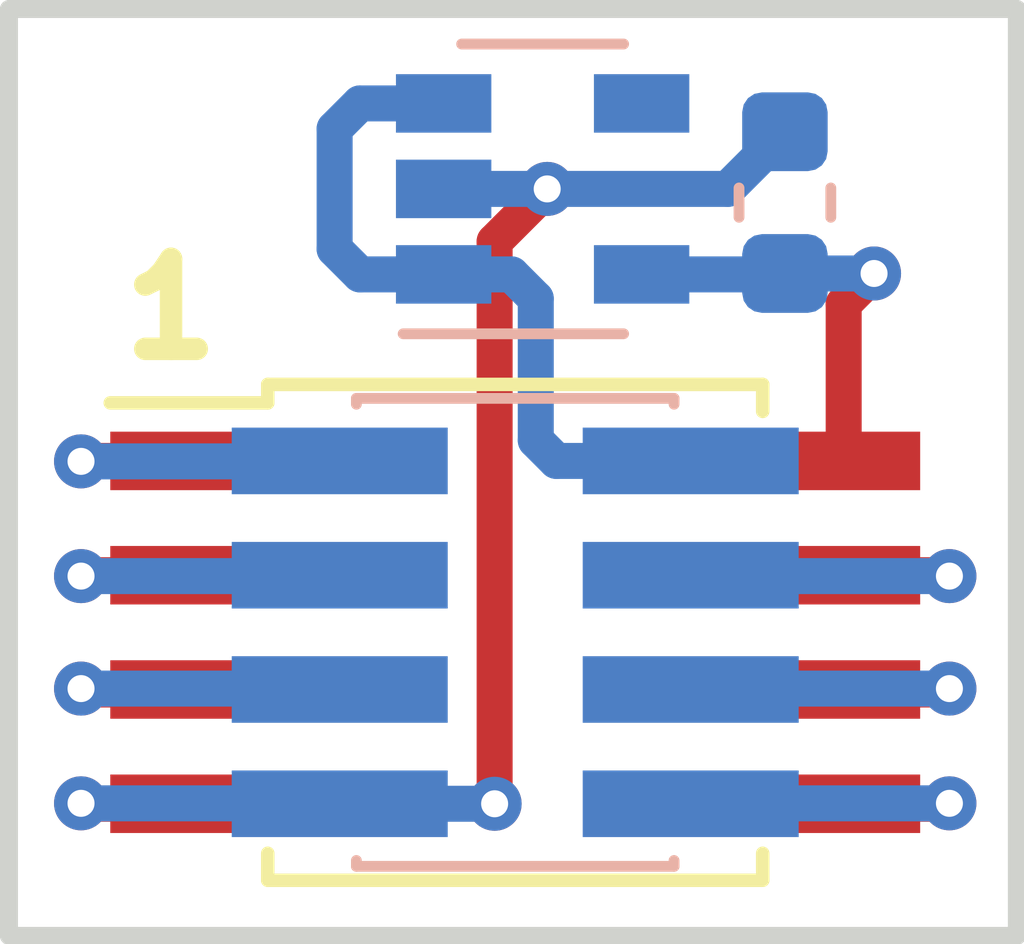
<source format=kicad_pcb>
(kicad_pcb (version 20171130) (host pcbnew "(5.1.2-1)-1")

  (general
    (thickness 1.6)
    (drawings 5)
    (tracks 62)
    (zones 0)
    (modules 4)
    (nets 10)
  )

  (page A4)
  (layers
    (0 F.Cu signal)
    (31 B.Cu signal)
    (32 B.Adhes user)
    (33 F.Adhes user)
    (34 B.Paste user)
    (35 F.Paste user)
    (36 B.SilkS user)
    (37 F.SilkS user)
    (38 B.Mask user)
    (39 F.Mask user)
    (40 Dwgs.User user)
    (41 Cmts.User user)
    (42 Eco1.User user)
    (43 Eco2.User user)
    (44 Edge.Cuts user)
    (45 Margin user)
    (46 B.CrtYd user)
    (47 F.CrtYd user)
    (48 B.Fab user hide)
    (49 F.Fab user hide)
  )

  (setup
    (last_trace_width 0.4)
    (trace_clearance 0.25)
    (zone_clearance 0.508)
    (zone_45_only no)
    (trace_min 0.15)
    (via_size 0.6)
    (via_drill 0.3)
    (via_min_size 0.6)
    (via_min_drill 0.3)
    (uvia_size 0.3)
    (uvia_drill 0.1)
    (uvias_allowed no)
    (uvia_min_size 0.2)
    (uvia_min_drill 0.1)
    (edge_width 0.15)
    (segment_width 0.2)
    (pcb_text_width 0.3)
    (pcb_text_size 1.5 1.5)
    (mod_edge_width 0.15)
    (mod_text_size 1 1)
    (mod_text_width 0.15)
    (pad_size 1.524 1.524)
    (pad_drill 0.762)
    (pad_to_mask_clearance 0.1)
    (aux_axis_origin 0 0)
    (visible_elements FFFFFF7F)
    (pcbplotparams
      (layerselection 0x010fc_ffffffff)
      (usegerberextensions true)
      (usegerberattributes false)
      (usegerberadvancedattributes false)
      (creategerberjobfile false)
      (excludeedgelayer true)
      (linewidth 0.100000)
      (plotframeref false)
      (viasonmask false)
      (mode 1)
      (useauxorigin false)
      (hpglpennumber 1)
      (hpglpenspeed 20)
      (hpglpendiameter 15.000000)
      (psnegative false)
      (psa4output false)
      (plotreference true)
      (plotvalue true)
      (plotinvisibletext false)
      (padsonsilk false)
      (subtractmaskfromsilk false)
      (outputformat 1)
      (mirror false)
      (drillshape 0)
      (scaleselection 1)
      (outputdirectory "../gerber/flash-adapter/reverse-polarity-protected-SOIC8W/"))
  )

  (net 0 "")
  (net 1 /~CS)
  (net 2 /DQ1)
  (net 3 /~WP)
  (net 4 /DQ0)
  (net 5 /CLK)
  (net 6 /~HOLD)
  (net 7 /VCC)
  (net 8 /VCC_FLASH)
  (net 9 GND)

  (net_class Default "This is the default net class."
    (clearance 0.25)
    (trace_width 0.4)
    (via_dia 0.6)
    (via_drill 0.3)
    (uvia_dia 0.3)
    (uvia_drill 0.1)
    (add_net /CLK)
    (add_net /DQ0)
    (add_net /DQ1)
    (add_net /VCC)
    (add_net /VCC_FLASH)
    (add_net /~CS)
    (add_net /~HOLD)
    (add_net /~WP)
    (add_net GND)
  )

  (module Connector_PinHeader_1.27mm:PinHeader_2x04_P1.27mm_Vertical_SMD (layer B.Cu) (tedit 5B7CA702) (tstamp 5B4DC93F)
    (at 100.0254 100.127 180)
    (descr "surface-mounted straight pin header, 2x04, 1.27mm pitch, double rows")
    (tags "Surface mounted pin header SMD 2x04 1.27mm double row")
    (path /5B4C09EB)
    (attr smd)
    (fp_text reference J101 (at 0 3.6 180) (layer B.Fab)
      (effects (font (size 1 1) (thickness 0.15)) (justify mirror))
    )
    (fp_text value Conn_02x04_Odd_Even (at 0 -3.6 180) (layer B.Fab)
      (effects (font (size 1 1) (thickness 0.15)) (justify mirror))
    )
    (fp_line (start 1.705 -2.54) (end -1.705 -2.54) (layer B.Fab) (width 0.1))
    (fp_line (start -1.27 2.54) (end 1.705 2.54) (layer B.Fab) (width 0.1))
    (fp_line (start -1.705 -2.54) (end -1.705 2.105) (layer B.Fab) (width 0.1))
    (fp_line (start -1.705 2.105) (end -1.27 2.54) (layer B.Fab) (width 0.1))
    (fp_line (start 1.705 2.54) (end 1.705 -2.54) (layer B.Fab) (width 0.1))
    (fp_line (start -1.705 2.105) (end -2.75 2.105) (layer B.Fab) (width 0.1))
    (fp_line (start -2.75 2.105) (end -2.75 1.705) (layer B.Fab) (width 0.1))
    (fp_line (start -2.75 1.705) (end -1.705 1.705) (layer B.Fab) (width 0.1))
    (fp_line (start 1.705 2.105) (end 2.75 2.105) (layer B.Fab) (width 0.1))
    (fp_line (start 2.75 2.105) (end 2.75 1.705) (layer B.Fab) (width 0.1))
    (fp_line (start 2.75 1.705) (end 1.705 1.705) (layer B.Fab) (width 0.1))
    (fp_line (start -1.705 0.835) (end -2.75 0.835) (layer B.Fab) (width 0.1))
    (fp_line (start -2.75 0.835) (end -2.75 0.435) (layer B.Fab) (width 0.1))
    (fp_line (start -2.75 0.435) (end -1.705 0.435) (layer B.Fab) (width 0.1))
    (fp_line (start 1.705 0.835) (end 2.75 0.835) (layer B.Fab) (width 0.1))
    (fp_line (start 2.75 0.835) (end 2.75 0.435) (layer B.Fab) (width 0.1))
    (fp_line (start 2.75 0.435) (end 1.705 0.435) (layer B.Fab) (width 0.1))
    (fp_line (start -1.705 -0.435) (end -2.75 -0.435) (layer B.Fab) (width 0.1))
    (fp_line (start -2.75 -0.435) (end -2.75 -0.835) (layer B.Fab) (width 0.1))
    (fp_line (start -2.75 -0.835) (end -1.705 -0.835) (layer B.Fab) (width 0.1))
    (fp_line (start 1.705 -0.435) (end 2.75 -0.435) (layer B.Fab) (width 0.1))
    (fp_line (start 2.75 -0.435) (end 2.75 -0.835) (layer B.Fab) (width 0.1))
    (fp_line (start 2.75 -0.835) (end 1.705 -0.835) (layer B.Fab) (width 0.1))
    (fp_line (start -1.705 -1.705) (end -2.75 -1.705) (layer B.Fab) (width 0.1))
    (fp_line (start -2.75 -1.705) (end -2.75 -2.105) (layer B.Fab) (width 0.1))
    (fp_line (start -2.75 -2.105) (end -1.705 -2.105) (layer B.Fab) (width 0.1))
    (fp_line (start 1.705 -1.705) (end 2.75 -1.705) (layer B.Fab) (width 0.1))
    (fp_line (start 2.75 -1.705) (end 2.75 -2.105) (layer B.Fab) (width 0.1))
    (fp_line (start 2.75 -2.105) (end 1.705 -2.105) (layer B.Fab) (width 0.1))
    (fp_line (start -1.765 2.6) (end 1.765 2.6) (layer B.SilkS) (width 0.12))
    (fp_line (start -1.765 -2.6) (end 1.765 -2.6) (layer B.SilkS) (width 0.12))
    (fp_line (start -1.765 2.6) (end -1.765 2.535) (layer B.SilkS) (width 0.12))
    (fp_line (start 1.765 2.6) (end 1.765 2.535) (layer B.SilkS) (width 0.12))
    (fp_line (start -1.765 -2.535) (end -1.765 -2.6) (layer B.SilkS) (width 0.12))
    (fp_line (start 1.765 -2.535) (end 1.765 -2.6) (layer B.SilkS) (width 0.12))
    (fp_line (start -4.3 3.05) (end -4.3 -3.05) (layer B.CrtYd) (width 0.05))
    (fp_line (start -4.3 -3.05) (end 4.3 -3.05) (layer B.CrtYd) (width 0.05))
    (fp_line (start 4.3 -3.05) (end 4.3 3.05) (layer B.CrtYd) (width 0.05))
    (fp_line (start 4.3 3.05) (end -4.3 3.05) (layer B.CrtYd) (width 0.05))
    (fp_text user %R (at 0 0 90) (layer B.Fab)
      (effects (font (size 1 1) (thickness 0.15)) (justify mirror))
    )
    (pad 1 smd rect (at -1.95 1.905 180) (size 2.4 0.74) (layers B.Cu B.Paste B.Mask)
      (net 7 /VCC))
    (pad 2 smd rect (at 1.95 1.905 180) (size 2.4 0.74) (layers B.Cu B.Paste B.Mask)
      (net 1 /~CS))
    (pad 3 smd rect (at -1.95 0.635 180) (size 2.4 0.74) (layers B.Cu B.Paste B.Mask)
      (net 6 /~HOLD))
    (pad 4 smd rect (at 1.95 0.635 180) (size 2.4 0.74) (layers B.Cu B.Paste B.Mask)
      (net 2 /DQ1))
    (pad 5 smd rect (at -1.95 -0.635 180) (size 2.4 0.74) (layers B.Cu B.Paste B.Mask)
      (net 5 /CLK))
    (pad 6 smd rect (at 1.95 -0.635 180) (size 2.4 0.74) (layers B.Cu B.Paste B.Mask)
      (net 3 /~WP))
    (pad 7 smd rect (at -1.95 -1.905 180) (size 2.4 0.74) (layers B.Cu B.Paste B.Mask)
      (net 4 /DQ0))
    (pad 8 smd rect (at 1.95 -1.905 180) (size 2.4 0.74) (layers B.Cu B.Paste B.Mask)
      (net 9 GND))
    (model ${KISYS3DMOD}/Connector_PinHeader_1.27mm.3dshapes/PinHeader_2x04_P1.27mm_Vertical_SMD.wrl
      (at (xyz 0 0 0))
      (scale (xyz 1 1 1))
      (rotate (xyz 0 0 0))
    )
  )

  (module Capacitor_SMD:C_0603_1608Metric (layer B.Cu) (tedit 5B4BCAD1) (tstamp 5B4C9D92)
    (at 103.0224 95.3516 90)
    (descr "Capacitor SMD 0603 (1608 Metric), square (rectangular) end terminal, IPC_7351 nominal, (Body size source: http://www.tortai-tech.com/upload/download/2011102023233369053.pdf), generated with kicad-footprint-generator")
    (tags capacitor)
    (path /5B4BD581)
    (attr smd)
    (fp_text reference C101 (at 0 1.43 270) (layer B.Fab)
      (effects (font (size 1 1) (thickness 0.15)) (justify mirror))
    )
    (fp_text value 100n (at 0 -1.43 270) (layer B.Fab)
      (effects (font (size 1 1) (thickness 0.15)) (justify mirror))
    )
    (fp_line (start -0.8 -0.4) (end -0.8 0.4) (layer B.Fab) (width 0.1))
    (fp_line (start -0.8 0.4) (end 0.8 0.4) (layer B.Fab) (width 0.1))
    (fp_line (start 0.8 0.4) (end 0.8 -0.4) (layer B.Fab) (width 0.1))
    (fp_line (start 0.8 -0.4) (end -0.8 -0.4) (layer B.Fab) (width 0.1))
    (fp_line (start -0.162779 0.51) (end 0.162779 0.51) (layer B.SilkS) (width 0.12))
    (fp_line (start -0.162779 -0.51) (end 0.162779 -0.51) (layer B.SilkS) (width 0.12))
    (fp_line (start -1.48 -0.73) (end -1.48 0.73) (layer B.CrtYd) (width 0.05))
    (fp_line (start -1.48 0.73) (end 1.48 0.73) (layer B.CrtYd) (width 0.05))
    (fp_line (start 1.48 0.73) (end 1.48 -0.73) (layer B.CrtYd) (width 0.05))
    (fp_line (start 1.48 -0.73) (end -1.48 -0.73) (layer B.CrtYd) (width 0.05))
    (fp_text user %R (at 0 0 270) (layer B.Fab)
      (effects (font (size 0.4 0.4) (thickness 0.06)) (justify mirror))
    )
    (pad 1 smd roundrect (at -0.7875 0 90) (size 0.875 0.95) (layers B.Cu B.Paste B.Mask) (roundrect_rratio 0.25)
      (net 8 /VCC_FLASH))
    (pad 2 smd roundrect (at 0.7875 0 90) (size 0.875 0.95) (layers B.Cu B.Paste B.Mask) (roundrect_rratio 0.25)
      (net 9 GND))
    (model ${KISYS3DMOD}/Capacitor_SMD.3dshapes/C_0603_1608Metric.wrl
      (at (xyz 0 0 0))
      (scale (xyz 1 1 1))
      (rotate (xyz 0 0 0))
    )
  )

  (module Package_SO:SOIJ-8_5.3x5.3mm_P1.27mm (layer F.Cu) (tedit 5B4BCAD9) (tstamp 5B4C9DE4)
    (at 100.0254 100.127)
    (descr "8-Lead Plastic Small Outline (SM) - Medium, 5.28 mm Body [SOIC] (see Microchip Packaging Specification 00000049BS.pdf)")
    (tags "SOIC 1.27")
    (path /5B74F9F9)
    (attr smd)
    (fp_text reference U101 (at 0 -3.68) (layer F.Fab)
      (effects (font (size 1 1) (thickness 0.15)))
    )
    (fp_text value W25Q64FVSS (at 0 3.68) (layer F.Fab)
      (effects (font (size 1 1) (thickness 0.15)))
    )
    (fp_text user %R (at 0 0) (layer F.Fab)
      (effects (font (size 1 1) (thickness 0.15)))
    )
    (fp_line (start -1.65 -2.65) (end 2.65 -2.65) (layer F.Fab) (width 0.15))
    (fp_line (start 2.65 -2.65) (end 2.65 2.65) (layer F.Fab) (width 0.15))
    (fp_line (start 2.65 2.65) (end -2.65 2.65) (layer F.Fab) (width 0.15))
    (fp_line (start -2.65 2.65) (end -2.65 -1.65) (layer F.Fab) (width 0.15))
    (fp_line (start -2.65 -1.65) (end -1.65 -2.65) (layer F.Fab) (width 0.15))
    (fp_line (start -4.75 -2.95) (end -4.75 2.95) (layer F.CrtYd) (width 0.05))
    (fp_line (start 4.75 -2.95) (end 4.75 2.95) (layer F.CrtYd) (width 0.05))
    (fp_line (start -4.75 -2.95) (end 4.75 -2.95) (layer F.CrtYd) (width 0.05))
    (fp_line (start -4.75 2.95) (end 4.75 2.95) (layer F.CrtYd) (width 0.05))
    (fp_line (start -2.75 -2.755) (end -2.75 -2.55) (layer F.SilkS) (width 0.15))
    (fp_line (start 2.75 -2.755) (end 2.75 -2.455) (layer F.SilkS) (width 0.15))
    (fp_line (start 2.75 2.755) (end 2.75 2.455) (layer F.SilkS) (width 0.15))
    (fp_line (start -2.75 2.755) (end -2.75 2.455) (layer F.SilkS) (width 0.15))
    (fp_line (start -2.75 -2.755) (end 2.75 -2.755) (layer F.SilkS) (width 0.15))
    (fp_line (start -2.75 2.755) (end 2.75 2.755) (layer F.SilkS) (width 0.15))
    (fp_line (start -2.75 -2.55) (end -4.5 -2.55) (layer F.SilkS) (width 0.15))
    (pad 1 smd rect (at -3.65 -1.905) (size 1.7 0.65) (layers F.Cu F.Paste F.Mask)
      (net 1 /~CS))
    (pad 2 smd rect (at -3.65 -0.635) (size 1.7 0.65) (layers F.Cu F.Paste F.Mask)
      (net 2 /DQ1))
    (pad 3 smd rect (at -3.65 0.635) (size 1.7 0.65) (layers F.Cu F.Paste F.Mask)
      (net 3 /~WP))
    (pad 4 smd rect (at -3.65 1.905) (size 1.7 0.65) (layers F.Cu F.Paste F.Mask)
      (net 9 GND))
    (pad 5 smd rect (at 3.65 1.905) (size 1.7 0.65) (layers F.Cu F.Paste F.Mask)
      (net 4 /DQ0))
    (pad 6 smd rect (at 3.65 0.635) (size 1.7 0.65) (layers F.Cu F.Paste F.Mask)
      (net 5 /CLK))
    (pad 7 smd rect (at 3.65 -0.635) (size 1.7 0.65) (layers F.Cu F.Paste F.Mask)
      (net 6 /~HOLD))
    (pad 8 smd rect (at 3.65 -1.905) (size 1.7 0.65) (layers F.Cu F.Paste F.Mask)
      (net 8 /VCC_FLASH))
    (model ${KISYS3DMOD}/Package_SO.3dshapes/SOIJ-8_5.3x5.3mm_P1.27mm.wrl
      (at (xyz 0 0 0))
      (scale (xyz 1 1 1))
      (rotate (xyz 0 0 0))
    )
  )

  (module Package_TO_SOT_SMD:SOT-23-5 (layer B.Cu) (tedit 5A02FF57) (tstamp 5CF888CE)
    (at 100.33 95.1992)
    (descr "5-pin SOT23 package")
    (tags SOT-23-5)
    (path /5CF863FD)
    (attr smd)
    (fp_text reference U102 (at 0 2.9) (layer B.Fab)
      (effects (font (size 1 1) (thickness 0.15)) (justify mirror))
    )
    (fp_text value MAX40200AUK (at 0 -2.9) (layer B.Fab)
      (effects (font (size 1 1) (thickness 0.15)) (justify mirror))
    )
    (fp_text user %R (at 0 0 -90) (layer B.Fab)
      (effects (font (size 0.5 0.5) (thickness 0.075)) (justify mirror))
    )
    (fp_line (start -0.9 -1.61) (end 0.9 -1.61) (layer B.SilkS) (width 0.12))
    (fp_line (start 0.9 1.61) (end -1.55 1.61) (layer B.SilkS) (width 0.12))
    (fp_line (start -1.9 1.8) (end 1.9 1.8) (layer B.CrtYd) (width 0.05))
    (fp_line (start 1.9 1.8) (end 1.9 -1.8) (layer B.CrtYd) (width 0.05))
    (fp_line (start 1.9 -1.8) (end -1.9 -1.8) (layer B.CrtYd) (width 0.05))
    (fp_line (start -1.9 -1.8) (end -1.9 1.8) (layer B.CrtYd) (width 0.05))
    (fp_line (start -0.9 0.9) (end -0.25 1.55) (layer B.Fab) (width 0.1))
    (fp_line (start 0.9 1.55) (end -0.25 1.55) (layer B.Fab) (width 0.1))
    (fp_line (start -0.9 0.9) (end -0.9 -1.55) (layer B.Fab) (width 0.1))
    (fp_line (start 0.9 -1.55) (end -0.9 -1.55) (layer B.Fab) (width 0.1))
    (fp_line (start 0.9 1.55) (end 0.9 -1.55) (layer B.Fab) (width 0.1))
    (pad 1 smd rect (at -1.1 0.95) (size 1.06 0.65) (layers B.Cu B.Paste B.Mask)
      (net 7 /VCC))
    (pad 2 smd rect (at -1.1 0) (size 1.06 0.65) (layers B.Cu B.Paste B.Mask)
      (net 9 GND))
    (pad 3 smd rect (at -1.1 -0.95) (size 1.06 0.65) (layers B.Cu B.Paste B.Mask)
      (net 7 /VCC))
    (pad 4 smd rect (at 1.1 -0.95) (size 1.06 0.65) (layers B.Cu B.Paste B.Mask))
    (pad 5 smd rect (at 1.1 0.95) (size 1.06 0.65) (layers B.Cu B.Paste B.Mask)
      (net 8 /VCC_FLASH))
    (model ${KISYS3DMOD}/Package_TO_SOT_SMD.3dshapes/SOT-23-5.wrl
      (at (xyz 0 0 0))
      (scale (xyz 1 1 1))
      (rotate (xyz 0 0 0))
    )
  )

  (gr_text 1 (at 96.2004 96.527) (layer F.SilkS)
    (effects (font (size 1 1) (thickness 0.25)))
  )
  (gr_line (start 94.4 103.5) (end 94.4 93.2) (layer Edge.Cuts) (width 0.2))
  (gr_line (start 105.6 103.5) (end 94.4 103.5) (layer Edge.Cuts) (width 0.2))
  (gr_line (start 105.6 93.2) (end 105.6 103.5) (layer Edge.Cuts) (width 0.2))
  (gr_line (start 94.4 93.2) (end 105.6 93.2) (layer Edge.Cuts) (width 0.2))

  (via (at 95.2004 98.227) (size 0.6) (drill 0.3) (layers F.Cu B.Cu) (net 1))
  (segment (start 95.2054 98.222) (end 95.2004 98.227) (width 0.4) (layer F.Cu) (net 1))
  (segment (start 96.3754 98.222) (end 95.2054 98.222) (width 0.4) (layer F.Cu) (net 1) (status 10))
  (segment (start 98.0704 98.227) (end 98.0754 98.222) (width 0.4) (layer B.Cu) (net 1) (status 30))
  (segment (start 95.2004 98.227) (end 98.0704 98.227) (width 0.4) (layer B.Cu) (net 1) (status 20))
  (via (at 95.2004 99.502) (size 0.6) (drill 0.3) (layers F.Cu B.Cu) (net 2))
  (segment (start 95.2104 99.492) (end 95.2004 99.502) (width 0.4) (layer F.Cu) (net 2))
  (segment (start 96.3754 99.492) (end 95.2104 99.492) (width 0.4) (layer F.Cu) (net 2) (status 10))
  (segment (start 98.0654 99.502) (end 98.0754 99.492) (width 0.4) (layer B.Cu) (net 2) (status 30))
  (segment (start 95.2004 99.502) (end 98.0654 99.502) (width 0.4) (layer B.Cu) (net 2) (status 20))
  (via (at 95.2004 100.752) (size 0.6) (drill 0.3) (layers F.Cu B.Cu) (net 3))
  (segment (start 95.2104 100.762) (end 95.2004 100.752) (width 0.4) (layer F.Cu) (net 3))
  (segment (start 96.3754 100.762) (end 95.2104 100.762) (width 0.4) (layer F.Cu) (net 3) (status 10))
  (segment (start 98.0654 100.752) (end 98.0754 100.762) (width 0.4) (layer B.Cu) (net 3) (status 30))
  (segment (start 95.2004 100.752) (end 98.0654 100.752) (width 0.4) (layer B.Cu) (net 3) (status 20))
  (via (at 95.2004 102.027) (size 0.6) (drill 0.3) (layers F.Cu B.Cu) (net 9))
  (segment (start 95.2054 102.032) (end 95.2004 102.027) (width 0.4) (layer F.Cu) (net 9))
  (segment (start 96.3754 102.032) (end 95.2054 102.032) (width 0.4) (layer F.Cu) (net 9) (status 10))
  (segment (start 98.0704 102.027) (end 98.0754 102.032) (width 0.4) (layer B.Cu) (net 9) (status 30))
  (segment (start 95.2004 102.027) (end 98.0704 102.027) (width 0.4) (layer B.Cu) (net 9) (status 20))
  (via (at 104.8504 102.027) (size 0.6) (drill 0.3) (layers F.Cu B.Cu) (net 4))
  (segment (start 104.8454 102.032) (end 104.8504 102.027) (width 0.4) (layer F.Cu) (net 4))
  (segment (start 103.6754 102.032) (end 104.8454 102.032) (width 0.4) (layer F.Cu) (net 4) (status 10))
  (segment (start 101.9804 102.027) (end 101.9754 102.032) (width 0.4) (layer B.Cu) (net 4) (status 30))
  (segment (start 104.8504 102.027) (end 101.9804 102.027) (width 0.4) (layer B.Cu) (net 4) (status 20))
  (segment (start 101.9854 100.752) (end 101.9754 100.762) (width 0.4) (layer B.Cu) (net 5) (status 30))
  (segment (start 104.8504 100.752) (end 101.9854 100.752) (width 0.4) (layer B.Cu) (net 5) (status 20))
  (via (at 104.8504 100.752) (size 0.6) (drill 0.3) (layers F.Cu B.Cu) (net 5))
  (segment (start 104.8404 100.762) (end 104.8504 100.752) (width 0.4) (layer F.Cu) (net 5))
  (segment (start 103.6754 100.762) (end 104.8404 100.762) (width 0.4) (layer F.Cu) (net 5))
  (segment (start 101.9854 99.502) (end 101.9754 99.492) (width 0.4) (layer B.Cu) (net 6) (status 30))
  (segment (start 104.8504 99.502) (end 101.9854 99.502) (width 0.4) (layer B.Cu) (net 6) (status 20))
  (via (at 104.8504 99.502) (size 0.6) (drill 0.3) (layers F.Cu B.Cu) (net 6))
  (segment (start 104.8404 99.492) (end 104.8504 99.502) (width 0.4) (layer F.Cu) (net 6))
  (segment (start 103.6754 99.492) (end 104.8404 99.492) (width 0.4) (layer F.Cu) (net 6))
  (segment (start 101.5879 98.1145) (end 101.7004 98.227) (width 0.4) (layer B.Cu) (net 7) (status 30))
  (segment (start 99.9846 96.1492) (end 99.23 96.1492) (width 0.4) (layer B.Cu) (net 7))
  (segment (start 100.2538 96.4184) (end 99.9846 96.1492) (width 0.4) (layer B.Cu) (net 7))
  (segment (start 100.2538 97.9932) (end 100.2538 96.4184) (width 0.4) (layer B.Cu) (net 7))
  (segment (start 100.4826 98.222) (end 100.2538 97.9932) (width 0.4) (layer B.Cu) (net 7))
  (segment (start 101.9754 98.222) (end 100.4826 98.222) (width 0.4) (layer B.Cu) (net 7))
  (segment (start 98.3 96.1492) (end 98.0186 95.8678) (width 0.4) (layer B.Cu) (net 7))
  (segment (start 99.23 96.1492) (end 98.3 96.1492) (width 0.4) (layer B.Cu) (net 7))
  (segment (start 98.3 94.2492) (end 99.23 94.2492) (width 0.4) (layer B.Cu) (net 7))
  (segment (start 98.0186 94.5306) (end 98.3 94.2492) (width 0.4) (layer B.Cu) (net 7))
  (segment (start 98.0186 95.8678) (end 98.0186 94.5306) (width 0.4) (layer B.Cu) (net 7))
  (segment (start 103.0123 96.1492) (end 103.0224 96.1391) (width 0.4) (layer B.Cu) (net 8))
  (segment (start 101.43 96.1492) (end 103.0123 96.1492) (width 0.4) (layer B.Cu) (net 8))
  (segment (start 104.0129 96.1391) (end 104.013 96.139) (width 0.4) (layer B.Cu) (net 8))
  (via (at 104.013 96.139) (size 0.6) (drill 0.3) (layers F.Cu B.Cu) (net 8))
  (segment (start 103.0224 96.1391) (end 104.0129 96.1391) (width 0.4) (layer B.Cu) (net 8))
  (segment (start 103.6754 96.4766) (end 104.013 96.139) (width 0.4) (layer F.Cu) (net 8))
  (segment (start 103.6754 98.222) (end 103.6754 96.4766) (width 0.4) (layer F.Cu) (net 8))
  (via (at 99.7966 102.0318) (size 0.6) (drill 0.3) (layers F.Cu B.Cu) (net 9))
  (segment (start 99.7964 102.032) (end 99.7966 102.0318) (width 0.4) (layer B.Cu) (net 9))
  (segment (start 98.0754 102.032) (end 99.7964 102.032) (width 0.4) (layer B.Cu) (net 9))
  (via (at 100.3808 95.1992) (size 0.6) (drill 0.3) (layers F.Cu B.Cu) (net 9))
  (segment (start 99.7966 95.7834) (end 100.3808 95.1992) (width 0.4) (layer F.Cu) (net 9))
  (segment (start 99.7966 102.0318) (end 99.7966 95.7834) (width 0.4) (layer F.Cu) (net 9))
  (segment (start 100.3808 95.1992) (end 99.23 95.1992) (width 0.4) (layer B.Cu) (net 9))
  (segment (start 102.3873 95.1992) (end 103.0224 94.5641) (width 0.4) (layer B.Cu) (net 9))
  (segment (start 100.3808 95.1992) (end 102.3873 95.1992) (width 0.4) (layer B.Cu) (net 9))

)

</source>
